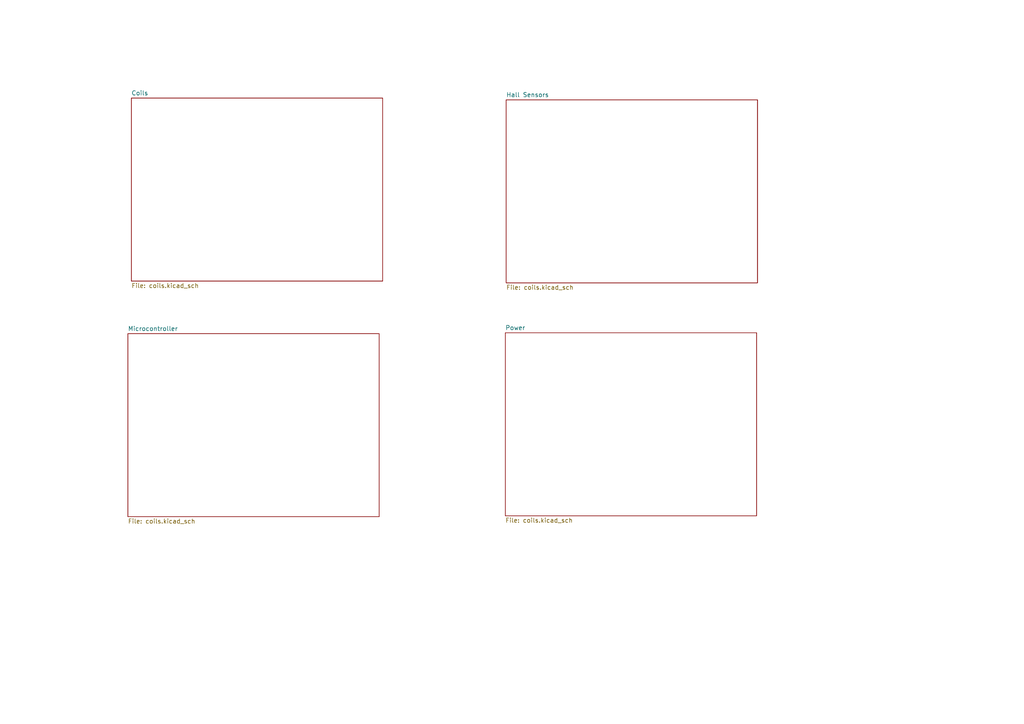
<source format=kicad_sch>
(kicad_sch (version 20211123) (generator eeschema)
  (paper "A4")
  (lib_symbols)
  (sheet (at 146.812 28.956) (size 72.898 53.086) (stroke (width 0.1524))
    (property "Sheet name" "Hall Sensors" (at 146.812 28.2444 0) (effects (justify left bottom)))
    (property "Sheet file" "coils.kicad_sch" (at 146.812 82.6266 0) (effects (justify left top)))
  )
  (sheet (at 146.558 96.52) (size 72.898 53.086) (stroke (width 0.1524))
    (property "Sheet name" "Power" (at 146.558 95.8084 0) (effects (justify left bottom)))
    (property "Sheet file" "coils.kicad_sch" (at 146.558 150.1906 0) (effects (justify left top)))
  )
  (sheet (at 37.084 96.774) (size 72.898 53.086) (stroke (width 0.1524))
    (property "Sheet name" "Microcontroller" (at 37.084 96.0624 0) (effects (justify left bottom)))
    (property "Sheet file" "coils.kicad_sch" (at 37.084 150.4446 0) (effects (justify left top)))
  )
  (sheet (at 38.1 28.448) (size 72.898 53.086) (stroke (width 0.1524))
    (property "Sheet name" "Coils" (at 38.1 27.7364 0) (effects (justify left bottom)))
    (property "Sheet file" "coils.kicad_sch" (at 38.1 82.1186 0) (effects (justify left top)))
  )
)
</source>
